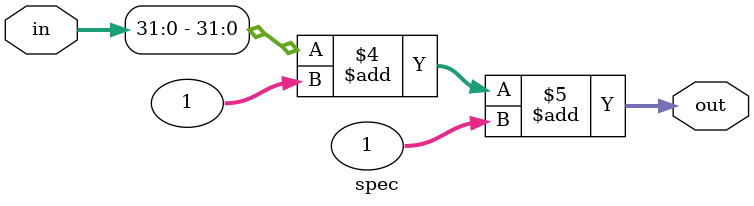
<source format=sv>

module spec (input logic [127:0] in,
	     output logic [127:0] out);

   always_comb
     begin
       logic [31:0] tmp;
       tmp = in[31:0]+1;
       out = tmp+1;
     end

endmodule

</source>
